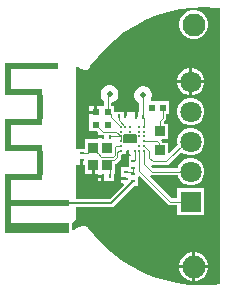
<source format=gtl>
G04*
G04 #@! TF.GenerationSoftware,Altium Limited,Altium Designer,21.3.2 (30)*
G04*
G04 Layer_Physical_Order=1*
G04 Layer_Color=255*
%FSLAX44Y44*%
%MOMM*%
G71*
G04*
G04 #@! TF.SameCoordinates,63FCB1AE-FA75-410F-B4B2-0E9A8DB9BD7B*
G04*
G04*
G04 #@! TF.FilePolarity,Positive*
G04*
G01*
G75*
%ADD10C,0.2000*%
%ADD15R,0.9300X0.8100*%
%ADD16R,0.5600X0.6000*%
%ADD17R,4.9000X0.9000*%
%ADD18R,0.5000X2.7000*%
%ADD19R,2.6400X0.5000*%
%ADD20R,0.5000X2.0000*%
%ADD21R,3.9400X0.5000*%
%ADD22R,4.9000X0.5000*%
%ADD23R,0.5000X5.0000*%
%ADD24C,0.1940*%
%ADD25R,0.6000X0.5000*%
%ADD26R,0.8500X0.9500*%
%ADD27R,0.3000X0.2700*%
%ADD28R,0.2700X0.3000*%
%ADD39C,0.1000*%
%ADD40C,1.9500*%
%ADD41R,1.8000X1.8000*%
%ADD42C,1.8000*%
%ADD43C,0.5000*%
%ADD44C,0.3000*%
G36*
X1090911Y773303D02*
X1090910Y773302D01*
X1090909Y773303D01*
X1051501D01*
Y756309D01*
X1051497Y756305D01*
X1077906D01*
Y726292D01*
X1077905Y726291D01*
X1077891Y726305D01*
X1051501D01*
Y709307D01*
X1051493Y709299D01*
X1077899D01*
Y679300D01*
X1051499D01*
Y679300D01*
X1051501Y679298D01*
Y662299D01*
X1100498D01*
Y657299D01*
X1051517D01*
Y643323D01*
X1051492Y643298D01*
X1051495Y643295D01*
X1100498D01*
Y634303D01*
X1100501Y634300D01*
X1100499Y634301D01*
X1046506D01*
X1046498Y634293D01*
Y684295D01*
X1072881D01*
X1072895Y684309D01*
Y704302D01*
X1074870D01*
X1074861Y704311D01*
X1046495D01*
Y731234D01*
X1046490Y731239D01*
X1046525Y731274D01*
X1072939D01*
Y751288D01*
X1046504D01*
Y778291D01*
X1046513Y778300D01*
X1090911D01*
Y773303D01*
D02*
G37*
G36*
X1224973Y825452D02*
X1228515Y824986D01*
Y766125D01*
Y647175D01*
Y591846D01*
X1222373Y591037D01*
X1212090Y590588D01*
X1201807Y591037D01*
X1191602Y592381D01*
X1181554Y594608D01*
X1171738Y597704D01*
X1162228Y601642D01*
X1153099Y606395D01*
X1144418Y611925D01*
X1136252Y618191D01*
X1128664Y625145D01*
X1121710Y632733D01*
X1116753Y639194D01*
X1116753Y639194D01*
X1116347Y639647D01*
X1115855Y639976D01*
X1115087Y640489D01*
X1113600Y640785D01*
X1112995Y640696D01*
X1112276Y640625D01*
X1111758Y640468D01*
X1108738Y639552D01*
X1105477Y637809D01*
X1104236Y636790D01*
X1103088Y637333D01*
Y643295D01*
X1103400Y644210D01*
X1104391Y644407D01*
X1105231Y644969D01*
X1105793Y645809D01*
X1105990Y646800D01*
Y656594D01*
X1136309D01*
X1137690Y656868D01*
X1138861Y657651D01*
X1155854Y674644D01*
X1158829D01*
Y680344D01*
X1158829D01*
Y682328D01*
X1160003Y682814D01*
X1183819Y658998D01*
X1184824Y658326D01*
X1186011Y658090D01*
X1191857D01*
Y649650D01*
X1214937D01*
Y672729D01*
X1191857D01*
Y664289D01*
X1187294D01*
X1169159Y682424D01*
X1169785Y683595D01*
X1170311Y683490D01*
X1192281D01*
X1192644Y682135D01*
X1194163Y679504D01*
X1196312Y677355D01*
X1198943Y675836D01*
X1201878Y675050D01*
X1204917D01*
X1207852Y675836D01*
X1210483Y677355D01*
X1212632Y679504D01*
X1214151Y682135D01*
X1214937Y685070D01*
Y688109D01*
X1214151Y691044D01*
X1212632Y693675D01*
X1210483Y695824D01*
X1207852Y697343D01*
X1204917Y698130D01*
X1201878D01*
X1198943Y697343D01*
X1196312Y695824D01*
X1194163Y693675D01*
X1192644Y691044D01*
X1192281Y689689D01*
X1171594D01*
X1170149Y691135D01*
X1170775Y692305D01*
X1171300Y692200D01*
X1182800D01*
X1183986Y692436D01*
X1184992Y693108D01*
X1195475Y703592D01*
X1196312Y702755D01*
X1198943Y701236D01*
X1201878Y700450D01*
X1204917D01*
X1207852Y701236D01*
X1210483Y702755D01*
X1212632Y704904D01*
X1214151Y707535D01*
X1214937Y710470D01*
Y713509D01*
X1214151Y716444D01*
X1212632Y719075D01*
X1210483Y721224D01*
X1207852Y722743D01*
X1204917Y723530D01*
X1201878D01*
X1198943Y722743D01*
X1196312Y721224D01*
X1194163Y719075D01*
X1192644Y716444D01*
X1191857Y713509D01*
Y710470D01*
X1192223Y709106D01*
X1185363Y702247D01*
X1184190Y702733D01*
Y711125D01*
X1179491D01*
X1179361Y711776D01*
X1178689Y712781D01*
X1178499Y712972D01*
X1178985Y714145D01*
X1184190D01*
Y727325D01*
X1180804D01*
X1180391Y728595D01*
X1181742Y729945D01*
X1182414Y730951D01*
X1182650Y732137D01*
Y735060D01*
X1184890D01*
Y746140D01*
X1170336D01*
X1169603Y747410D01*
X1170163Y748379D01*
X1170674Y750286D01*
Y752261D01*
X1170163Y754169D01*
X1169175Y755879D01*
X1167779Y757275D01*
X1166069Y758263D01*
X1164161Y758774D01*
X1162186D01*
X1160279Y758263D01*
X1158569Y757275D01*
X1157172Y755879D01*
X1156185Y754169D01*
X1155674Y752261D01*
Y750286D01*
X1156185Y748379D01*
X1157172Y746669D01*
X1158569Y745272D01*
X1159748Y744591D01*
Y736830D01*
X1158418D01*
Y732790D01*
X1155878D01*
Y736830D01*
X1153258D01*
Y736830D01*
X1151990Y736835D01*
Y737440D01*
X1149370D01*
Y733400D01*
X1146830D01*
Y737440D01*
X1138740D01*
Y742040D01*
X1136300D01*
Y744864D01*
X1137595Y745211D01*
X1139305Y746199D01*
X1140702Y747595D01*
X1141689Y749305D01*
X1142200Y751213D01*
Y753187D01*
X1141689Y755095D01*
X1140702Y756805D01*
X1139305Y758202D01*
X1137595Y759189D01*
X1135687Y759700D01*
X1133713D01*
X1131805Y759189D01*
X1130095Y758202D01*
X1128699Y756805D01*
X1127711Y755095D01*
X1127200Y753187D01*
Y751213D01*
X1127711Y749305D01*
X1128699Y747595D01*
X1130095Y746199D01*
X1130100Y746195D01*
Y742040D01*
X1124470D01*
Y737000D01*
X1123200D01*
Y735730D01*
X1117660D01*
Y731960D01*
X1117660D01*
X1117539Y730740D01*
X1117460D01*
Y720660D01*
X1124157D01*
X1125309Y719507D01*
Y717474D01*
X1127657D01*
X1127714Y717436D01*
X1128241Y717331D01*
X1128900Y717200D01*
X1129199D01*
Y714934D01*
X1125309D01*
Y713894D01*
X1113909D01*
Y706094D01*
X1107159D01*
Y706094D01*
X1105990Y706336D01*
Y774863D01*
X1107138Y775406D01*
X1107619Y775010D01*
X1110507Y773467D01*
X1113597Y772529D01*
X1113612Y772604D01*
X1114366Y772454D01*
X1115852Y772750D01*
X1117113Y773592D01*
X1117955Y774852D01*
X1118025Y775203D01*
X1118366Y775740D01*
X1124613Y783881D01*
X1131546Y791447D01*
X1139112Y798380D01*
X1147253Y804627D01*
X1155908Y810140D01*
X1165010Y814879D01*
X1174490Y818806D01*
X1184277Y821891D01*
X1194296Y824112D01*
X1204470Y825452D01*
X1214722Y825899D01*
X1224973Y825452D01*
D02*
G37*
G36*
X1157750Y718000D02*
Y711000D01*
X1157250Y710500D01*
X1146750D01*
X1146000Y711250D01*
Y718000D01*
X1146500Y718500D01*
X1157250D01*
X1157750Y718000D01*
D02*
G37*
G36*
X1151270Y701227D02*
X1151630Y701376D01*
X1152900Y700777D01*
Y699552D01*
X1150751D01*
Y693852D01*
X1150751D01*
Y690244D01*
X1144359D01*
Y682464D01*
Y681924D01*
X1148399D01*
Y679384D01*
X1144359D01*
Y676764D01*
X1146106D01*
X1146592Y675590D01*
X1134814Y663812D01*
X1105990D01*
Y692371D01*
X1107159Y692614D01*
Y692614D01*
X1109929D01*
Y696504D01*
X1112469D01*
Y692614D01*
X1113909D01*
Y684814D01*
X1119429D01*
Y692104D01*
X1121969D01*
Y684814D01*
X1125109D01*
Y683974D01*
X1128999D01*
Y682704D01*
X1130269D01*
Y678664D01*
X1138589D01*
Y684814D01*
X1138989D01*
Y693341D01*
X1139740Y693490D01*
X1140745Y694162D01*
X1143292Y696708D01*
X1143964Y697714D01*
X1144200Y698900D01*
Y700990D01*
X1144698D01*
X1145988Y701524D01*
X1146170Y701706D01*
X1147000Y702489D01*
X1147830Y701706D01*
X1148012Y701524D01*
X1148730Y701227D01*
Y704500D01*
X1151270D01*
Y701227D01*
D02*
G37*
%LPC*%
G36*
X1072934Y751307D02*
X1072925Y751298D01*
X1072939D01*
Y751288D01*
X1074447D01*
X1074437Y751298D01*
X1072939D01*
Y751302D01*
X1072934Y751307D01*
D02*
G37*
G36*
X1207618Y823409D02*
X1204382D01*
X1201256Y822571D01*
X1198454Y820954D01*
X1196166Y818665D01*
X1194548Y815863D01*
X1193710Y812737D01*
Y809501D01*
X1194548Y806375D01*
X1196166Y803573D01*
X1198454Y801285D01*
X1201256Y799667D01*
X1204382Y798829D01*
X1207618D01*
X1210744Y799667D01*
X1213546Y801285D01*
X1215834Y803573D01*
X1217452Y806375D01*
X1218290Y809501D01*
Y812737D01*
X1217452Y815863D01*
X1215834Y818665D01*
X1213546Y820954D01*
X1210744Y822571D01*
X1207618Y823409D01*
D02*
G37*
G36*
X1204917Y774330D02*
X1204667D01*
Y764060D01*
X1214937D01*
Y764309D01*
X1214151Y767244D01*
X1212632Y769875D01*
X1210483Y772024D01*
X1207852Y773543D01*
X1204917Y774330D01*
D02*
G37*
G36*
X1202127D02*
X1201878D01*
X1198943Y773543D01*
X1196312Y772024D01*
X1194163Y769875D01*
X1192644Y767244D01*
X1191857Y764309D01*
Y764060D01*
X1202127D01*
Y774330D01*
D02*
G37*
G36*
X1214937Y761520D02*
X1204667D01*
Y751250D01*
X1204917D01*
X1207852Y752036D01*
X1210483Y753555D01*
X1212632Y755704D01*
X1214151Y758335D01*
X1214937Y761270D01*
Y761520D01*
D02*
G37*
G36*
X1202127D02*
X1191857D01*
Y761270D01*
X1192644Y758335D01*
X1194163Y755704D01*
X1196312Y753555D01*
X1198943Y752036D01*
X1201878Y751250D01*
X1202127D01*
Y761520D01*
D02*
G37*
G36*
X1121930Y742040D02*
X1117660D01*
Y738270D01*
X1121930D01*
Y742040D01*
D02*
G37*
G36*
X1204917Y748930D02*
X1201878D01*
X1198943Y748143D01*
X1196312Y746624D01*
X1194163Y744475D01*
X1192644Y741844D01*
X1191857Y738909D01*
Y735870D01*
X1192644Y732935D01*
X1194163Y730304D01*
X1196312Y728155D01*
X1198943Y726636D01*
X1201878Y725850D01*
X1204917D01*
X1207852Y726636D01*
X1210483Y728155D01*
X1212632Y730304D01*
X1214151Y732935D01*
X1214937Y735870D01*
Y738909D01*
X1214151Y741844D01*
X1212632Y744475D01*
X1210483Y746624D01*
X1207852Y748143D01*
X1204917Y748930D01*
D02*
G37*
G36*
X1207618Y618409D02*
X1207270D01*
Y607389D01*
X1218290D01*
Y607737D01*
X1217452Y610863D01*
X1215834Y613665D01*
X1213546Y615953D01*
X1210744Y617571D01*
X1207618Y618409D01*
D02*
G37*
G36*
X1204730D02*
X1204382D01*
X1201256Y617571D01*
X1198454Y615953D01*
X1196166Y613665D01*
X1194548Y610863D01*
X1193710Y607737D01*
Y607389D01*
X1204730D01*
Y618409D01*
D02*
G37*
G36*
X1218290Y604849D02*
X1207270D01*
Y593829D01*
X1207618D01*
X1210744Y594667D01*
X1213546Y596285D01*
X1215834Y598573D01*
X1217452Y601375D01*
X1218290Y604501D01*
Y604849D01*
D02*
G37*
G36*
X1204730D02*
X1193710D01*
Y604501D01*
X1194548Y601375D01*
X1196166Y598573D01*
X1198454Y596285D01*
X1201256Y594667D01*
X1204382Y593829D01*
X1204730D01*
Y604849D01*
D02*
G37*
G36*
X1127729Y681434D02*
X1125109D01*
Y678664D01*
X1127729D01*
Y681434D01*
D02*
G37*
%LPD*%
D10*
X1096000Y660203D02*
X1136309D01*
X1154639Y678534D01*
D15*
X1177000Y720735D02*
D03*
Y704535D02*
D03*
D16*
X1179550Y740600D02*
D03*
X1170850D02*
D03*
D17*
X1076000Y638800D02*
D03*
D18*
X1049002Y717805D02*
D03*
X1049001Y764801D02*
D03*
D19*
X1064702Y728806D02*
D03*
Y753806D02*
D03*
X1064700Y706800D02*
D03*
Y681800D02*
D03*
D20*
X1075402Y741306D02*
D03*
X1075400Y694300D02*
D03*
D21*
X1071211Y775801D02*
D03*
D22*
X1076000Y659800D02*
D03*
D23*
X1049000Y659300D02*
D03*
D24*
X1144000Y704500D02*
D03*
Y708500D02*
D03*
Y712500D02*
D03*
Y716500D02*
D03*
Y720500D02*
D03*
Y724500D02*
D03*
X1150000Y704500D02*
D03*
X1148000Y712500D02*
D03*
Y716500D02*
D03*
Y724500D02*
D03*
X1164000Y712500D02*
D03*
Y716500D02*
D03*
Y720500D02*
D03*
Y724500D02*
D03*
Y704500D02*
D03*
Y708500D02*
D03*
X1152000Y712500D02*
D03*
Y716500D02*
D03*
Y724500D02*
D03*
X1156000Y704500D02*
D03*
Y712500D02*
D03*
Y716500D02*
D03*
X1152000Y720500D02*
D03*
X1160000Y704500D02*
D03*
Y708500D02*
D03*
Y720500D02*
D03*
Y724500D02*
D03*
Y716500D02*
D03*
D25*
X1123000Y725700D02*
D03*
X1133000D02*
D03*
X1123200Y737000D02*
D03*
X1133200D02*
D03*
D26*
X1120699Y706604D02*
D03*
X1132199D02*
D03*
X1120699Y692104D02*
D03*
X1132199D02*
D03*
D27*
X1154789Y678534D02*
D03*
X1154789Y684234D02*
D03*
X1154791Y689962D02*
D03*
X1154791Y695662D02*
D03*
X1148399Y686354D02*
D03*
Y680654D02*
D03*
X1111199Y696504D02*
D03*
Y702204D02*
D03*
D28*
X1134899Y716204D02*
D03*
X1129199D02*
D03*
X1162847Y732790D02*
D03*
X1157148D02*
D03*
X1142400Y733400D02*
D03*
X1148100D02*
D03*
X1128999Y682704D02*
D03*
X1134699D02*
D03*
D39*
X1176497Y705038D02*
Y710590D01*
Y705038D02*
X1177000Y704535D01*
Y720735D02*
Y729587D01*
X1179550Y732137D01*
Y740600D01*
X1144000Y712500D02*
Y716500D01*
X1162847Y732790D02*
Y750947D01*
X1163174Y751274D02*
X1163500Y751600D01*
X1162847Y750947D02*
X1163174Y751274D01*
X1162847Y732640D02*
Y732790D01*
X1116799Y702204D02*
X1120699Y706104D01*
Y706301D01*
X1111199Y702204D02*
X1116799D01*
X1134699Y682704D02*
Y689604D01*
X1132199Y692104D02*
X1134699Y689604D01*
X1154639Y678534D02*
X1154789D01*
X1133200Y750700D02*
X1134700Y752200D01*
X1133200Y737000D02*
Y750700D01*
X1142200Y733600D02*
X1142400Y733400D01*
Y730100D02*
Y733400D01*
Y730100D02*
X1148000Y724500D01*
X1164000Y712500D02*
X1174587D01*
X1176497Y710590D01*
X1199490Y711990D02*
X1203397D01*
X1182800Y695300D02*
X1199490Y711990D01*
X1168400Y698200D02*
X1171300Y695300D01*
X1182800D01*
X1164000Y708500D02*
X1168400Y704100D01*
Y698200D02*
Y704100D01*
X1164100Y692800D02*
Y704400D01*
X1164000Y704500D02*
X1164100Y704400D01*
Y692800D02*
X1170311Y686590D01*
X1203397D01*
X1160000Y687200D02*
X1186011Y661190D01*
X1203397D01*
X1160000Y687200D02*
Y704500D01*
X1154791Y687099D02*
Y689962D01*
Y684235D02*
Y687099D01*
X1154046Y686354D02*
X1154791Y687099D01*
X1148399Y686354D02*
X1154046D01*
X1154789Y684234D02*
X1154791Y684235D01*
X1162847Y732640D02*
X1164000Y731487D01*
Y724500D02*
Y731487D01*
X1144000Y724500D02*
Y724700D01*
X1135700Y733000D02*
X1144000Y724700D01*
X1133700Y737000D02*
X1135700Y735000D01*
Y733000D02*
Y735000D01*
X1133200Y737000D02*
X1133700D01*
X1128900Y720300D02*
X1140200D01*
X1144000Y716500D01*
X1123000Y725700D02*
X1123500D01*
X1128900Y720300D01*
X1134899Y716204D02*
X1135196Y716500D01*
X1144000D01*
X1143820Y704320D02*
X1144000Y704500D01*
X1142520Y704320D02*
X1143820D01*
X1141100Y702900D02*
X1142520Y704320D01*
X1141100Y698900D02*
Y702900D01*
X1135949Y696354D02*
X1138554D01*
X1141100Y698900D01*
X1132199Y692104D02*
Y692604D01*
X1135949Y696354D01*
X1141566Y708680D02*
X1143820D01*
X1140100Y708700D02*
X1141546D01*
X1143820Y708680D02*
X1144000Y708500D01*
X1141546Y708700D02*
X1141566Y708680D01*
X1139000Y707600D02*
X1140100Y708700D01*
X1139000Y700914D02*
Y707600D01*
X1138100Y700014D02*
X1139000Y700914D01*
X1138100Y699986D02*
Y700014D01*
X1127600Y699400D02*
X1137514D01*
X1138100Y699986D01*
X1124646Y702354D02*
X1127600Y699400D01*
X1122000Y704803D02*
Y705000D01*
Y704803D02*
X1124449Y702354D01*
X1124646D01*
X1120699Y706301D02*
X1122000Y705000D01*
X1156000Y696721D02*
Y704500D01*
X1154941Y695662D02*
X1156000Y696721D01*
X1154791Y695662D02*
X1154941D01*
D40*
X1206000Y606119D02*
D03*
Y811119D02*
D03*
D41*
X1203397Y661190D02*
D03*
D42*
Y762790D02*
D03*
X1203397Y737390D02*
D03*
X1203397Y711990D02*
D03*
X1203397Y686590D02*
D03*
D43*
X1221000Y814000D02*
D03*
Y792000D02*
D03*
Y770000D02*
D03*
Y748000D02*
D03*
Y726000D02*
D03*
Y704000D02*
D03*
Y682000D02*
D03*
Y660000D02*
D03*
Y638000D02*
D03*
Y616000D02*
D03*
Y594000D02*
D03*
X1210000Y792000D02*
D03*
X1215500Y781000D02*
D03*
X1210000Y638000D02*
D03*
X1215500Y627000D02*
D03*
X1199000Y792000D02*
D03*
X1204500Y781000D02*
D03*
X1199000Y638000D02*
D03*
X1204500Y627000D02*
D03*
X1188000Y814000D02*
D03*
X1193500Y781000D02*
D03*
X1188000Y726000D02*
D03*
Y638000D02*
D03*
X1193500Y627000D02*
D03*
X1188000Y616000D02*
D03*
X1177000Y814000D02*
D03*
X1182500Y803000D02*
D03*
X1177000Y792000D02*
D03*
Y770000D02*
D03*
Y660000D02*
D03*
X1182500Y649000D02*
D03*
X1177000Y638000D02*
D03*
X1182500Y627000D02*
D03*
X1177000Y616000D02*
D03*
X1182500Y605000D02*
D03*
X1171500Y803000D02*
D03*
X1166000Y792000D02*
D03*
X1171500Y781000D02*
D03*
X1166000Y770000D02*
D03*
Y660000D02*
D03*
X1171500Y649000D02*
D03*
X1166000Y638000D02*
D03*
X1171500Y627000D02*
D03*
X1166000Y616000D02*
D03*
X1171500Y605000D02*
D03*
X1160500Y803000D02*
D03*
X1155000Y792000D02*
D03*
X1160500Y781000D02*
D03*
X1155000Y770000D02*
D03*
X1160500Y671000D02*
D03*
X1155000Y660000D02*
D03*
X1160500Y649000D02*
D03*
X1155000Y638000D02*
D03*
X1160500Y627000D02*
D03*
X1155000Y616000D02*
D03*
X1149500Y803000D02*
D03*
X1144000Y792000D02*
D03*
X1149500Y781000D02*
D03*
X1144000Y770000D02*
D03*
X1149500Y649000D02*
D03*
X1144000Y638000D02*
D03*
X1149500Y627000D02*
D03*
X1144000Y616000D02*
D03*
X1138500Y781000D02*
D03*
X1133000Y770000D02*
D03*
X1138500Y649000D02*
D03*
X1133000Y638000D02*
D03*
X1138500Y627000D02*
D03*
X1127500Y781000D02*
D03*
X1122000Y770000D02*
D03*
Y748000D02*
D03*
Y682000D02*
D03*
X1127500Y671000D02*
D03*
Y649000D02*
D03*
X1122000Y638000D02*
D03*
X1111000Y770000D02*
D03*
X1116500Y759000D02*
D03*
X1111000Y748000D02*
D03*
Y726000D02*
D03*
Y682000D02*
D03*
X1116500Y671000D02*
D03*
Y649000D02*
D03*
X1163174Y751274D02*
D03*
X1134700Y752200D02*
D03*
D44*
X1095000Y638938D02*
D03*
X1154000Y714372D02*
D03*
X1150000Y714345D02*
D03*
M02*

</source>
